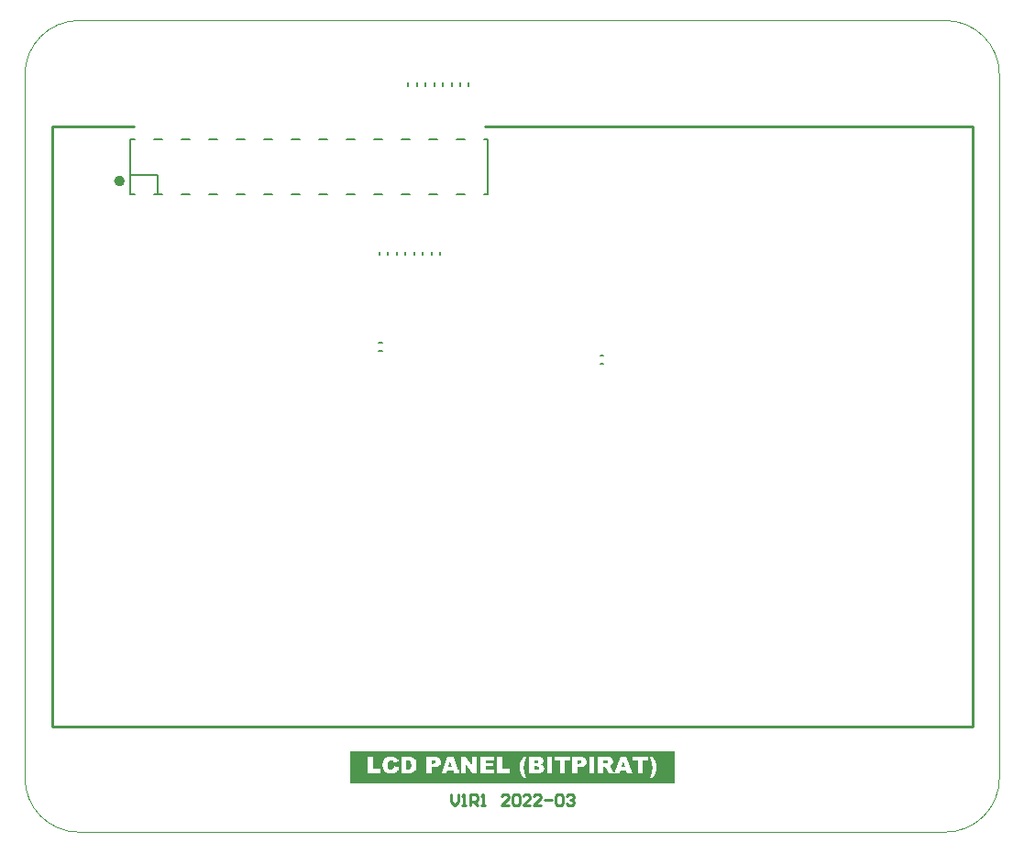
<source format=gto>
G04*
G04 #@! TF.GenerationSoftware,Altium Limited,Altium Designer,21.1.1 (26)*
G04*
G04 Layer_Color=65535*
%FSAX44Y44*%
%MOMM*%
G71*
G04*
G04 #@! TF.SameCoordinates,61528D9D-F366-43B7-8DC3-677D280EAED6*
G04*
G04*
G04 #@! TF.FilePolarity,Positive*
G04*
G01*
G75*
%ADD10C,0.5000*%
%ADD11C,0.1500*%
%ADD12C,0.2500*%
%ADD13C,0.2000*%
%ADD14C,0.1000*%
G36*
X00600000Y00045000D02*
X00300000D01*
Y00075000D01*
X00600000D01*
Y00045000D01*
D02*
G37*
%LPC*%
G36*
X00345128Y00069953D02*
Y00059459D01*
X00341020Y00060736D01*
X00340881Y00060208D01*
X00340714Y00059764D01*
X00340547Y00059375D01*
X00340381Y00059070D01*
X00340242Y00058820D01*
X00340103Y00058654D01*
X00340020Y00058542D01*
X00339992Y00058515D01*
X00339715Y00058265D01*
X00339381Y00058071D01*
X00339048Y00057959D01*
X00338715Y00057848D01*
X00338410Y00057793D01*
X00338160Y00057765D01*
X00337938D01*
X00337438Y00057793D01*
X00337022Y00057904D01*
X00336633Y00058043D01*
X00336328Y00058237D01*
X00336106Y00058404D01*
X00335911Y00058542D01*
X00335800Y00058654D01*
X00335772Y00058681D01*
X00335634Y00058876D01*
X00335523Y00059098D01*
X00335328Y00059625D01*
X00335217Y00060208D01*
X00335106Y00060764D01*
X00335051Y00061291D01*
Y00061541D01*
X00335023Y00061735D01*
Y00061902D01*
Y00062041D01*
Y00062124D01*
Y00062152D01*
X00335051Y00062873D01*
X00335134Y00063484D01*
X00335217Y00063984D01*
X00335356Y00064400D01*
X00335467Y00064706D01*
X00335550Y00064956D01*
X00335634Y00065067D01*
X00335661Y00065122D01*
X00335828Y00065344D01*
X00335994Y00065566D01*
X00336383Y00065872D01*
X00336800Y00066122D01*
X00337188Y00066260D01*
X00337549Y00066371D01*
X00337855Y00066399D01*
X00337938Y00066427D01*
X00338354D01*
X00338604Y00066371D01*
X00338826Y00066344D01*
X00339021Y00066288D01*
X00339159Y00066233D01*
X00339298Y00066177D01*
X00339354Y00066149D01*
X00339381Y00066122D01*
X00339770Y00065872D01*
X00340076Y00065594D01*
X00340187Y00065483D01*
X00340298Y00065372D01*
X00340325Y00065317D01*
X00340353Y00065289D01*
X00340437Y00065150D01*
X00340520Y00065011D01*
X00340686Y00064678D01*
X00340742Y00064539D01*
X00340797Y00064400D01*
X00340825Y00064317D01*
Y00064289D01*
X00344990Y00065205D01*
X00344823Y00065650D01*
X00344656Y00066066D01*
X00344462Y00066427D01*
X00344268Y00066788D01*
X00344073Y00067121D01*
X00343851Y00067399D01*
X00343657Y00067676D01*
X00343463Y00067898D01*
X00343268Y00068120D01*
X00343102Y00068287D01*
X00342935Y00068454D01*
X00342796Y00068565D01*
X00342685Y00068676D01*
X00342602Y00068731D01*
X00342546Y00068787D01*
X00342519D01*
X00342186Y00068981D01*
X00341852Y00069175D01*
X00341130Y00069453D01*
X00340381Y00069675D01*
X00339631Y00069814D01*
X00339298Y00069869D01*
X00338993Y00069897D01*
X00338715Y00069925D01*
X00338465D01*
X00338271Y00069953D01*
X00337993D01*
X00337327Y00069925D01*
X00336689Y00069869D01*
X00336106Y00069758D01*
X00335550Y00069647D01*
X00335051Y00069481D01*
X00334579Y00069314D01*
X00334134Y00069120D01*
X00333774Y00068953D01*
X00333413Y00068759D01*
X00333135Y00068565D01*
X00332885Y00068398D01*
X00332663Y00068232D01*
X00332524Y00068120D01*
X00332385Y00068009D01*
X00332330Y00067954D01*
X00332302Y00067926D01*
X00331941Y00067537D01*
X00331636Y00067093D01*
X00331386Y00066649D01*
X00331136Y00066177D01*
X00330942Y00065677D01*
X00330803Y00065205D01*
X00330664Y00064734D01*
X00330553Y00064261D01*
X00330470Y00063817D01*
X00330414Y00063429D01*
X00330359Y00063068D01*
X00330331Y00062735D01*
Y00062485D01*
X00330303Y00062290D01*
Y00062401D01*
Y00062124D01*
X00330359Y00061124D01*
X00330414Y00060652D01*
X00330470Y00060208D01*
X00330581Y00059792D01*
X00330664Y00059403D01*
X00330775Y00059042D01*
X00330886Y00058737D01*
X00330970Y00058432D01*
X00331081Y00058182D01*
X00331192Y00057959D01*
X00331275Y00057793D01*
X00331330Y00057654D01*
X00331386Y00057543D01*
X00331441Y00057488D01*
Y00057460D01*
X00331886Y00056821D01*
X00332330Y00056294D01*
X00332802Y00055877D01*
X00333218Y00055516D01*
X00333579Y00055267D01*
X00333885Y00055072D01*
X00333996Y00055017D01*
X00334079Y00054961D01*
X00334107Y00054933D01*
X00334134D01*
X00334773Y00054711D01*
X00335439Y00054545D01*
X00336133Y00054406D01*
X00336772Y00054323D01*
X00337077Y00054295D01*
X00337355Y00054267D01*
X00337577D01*
X00337799Y00054239D01*
X00338215D01*
X00338937Y00054267D01*
X00339604Y00054323D01*
X00340187Y00054434D01*
X00340659Y00054545D01*
X00341047Y00054628D01*
X00341353Y00054739D01*
X00341436Y00054767D01*
X00341519Y00054795D01*
X00341547Y00054822D01*
X00341575D01*
X00342047Y00055072D01*
X00342491Y00055350D01*
X00342852Y00055627D01*
X00343185Y00055905D01*
X00343435Y00056183D01*
X00343629Y00056377D01*
X00343768Y00056516D01*
X00343796Y00056571D01*
X00344129Y00057043D01*
X00344379Y00057515D01*
X00344629Y00057987D01*
X00344795Y00058459D01*
X00344962Y00058848D01*
X00345045Y00059181D01*
X00345073Y00059292D01*
X00345101Y00059375D01*
X00345128Y00059431D01*
Y00054239D01*
X00345128D01*
X00345128D01*
Y00069953D01*
D02*
G37*
G36*
X00361480Y00069703D02*
D01*
Y00062124D01*
X00361452Y00062707D01*
X00361425Y00063234D01*
X00361369Y00063734D01*
X00361286Y00064178D01*
X00361203Y00064539D01*
X00361147Y00064817D01*
X00361119Y00064928D01*
Y00065011D01*
X00361092Y00065039D01*
Y00065067D01*
X00360925Y00065566D01*
X00360758Y00066038D01*
X00360564Y00066455D01*
X00360370Y00066816D01*
X00360175Y00067121D01*
X00360037Y00067315D01*
X00359925Y00067454D01*
X00359898Y00067510D01*
X00359565Y00067871D01*
X00359231Y00068204D01*
X00358871Y00068481D01*
X00358537Y00068703D01*
X00358232Y00068898D01*
X00358010Y00069009D01*
X00357843Y00069092D01*
X00357816Y00069120D01*
X00357788D01*
X00357288Y00069314D01*
X00356733Y00069453D01*
X00356178Y00069564D01*
X00355622Y00069620D01*
X00355150Y00069675D01*
X00354956D01*
X00354762Y00069703D01*
X00361480D01*
X00347460D01*
Y00054489D01*
X00354429D01*
X00354928Y00054517D01*
X00355400Y00054545D01*
X00355900Y00054600D01*
X00356316Y00054684D01*
X00356705Y00054767D01*
X00357010Y00054822D01*
X00357122Y00054850D01*
X00357205D01*
X00357233Y00054878D01*
X00357260D01*
X00357677Y00055017D01*
X00358065Y00055211D01*
X00358399Y00055405D01*
X00358732Y00055600D01*
X00358982Y00055794D01*
X00359176Y00055961D01*
X00359287Y00056072D01*
X00359342Y00056099D01*
X00359703Y00056460D01*
X00360009Y00056849D01*
X00360286Y00057210D01*
X00360508Y00057571D01*
X00360675Y00057876D01*
X00360786Y00058126D01*
X00360869Y00058293D01*
X00360897Y00058320D01*
Y00058348D01*
X00361092Y00058903D01*
X00361230Y00059514D01*
X00361341Y00060153D01*
X00361397Y00060736D01*
X00361452Y00061291D01*
Y00061513D01*
X00361480Y00061735D01*
Y00054767D01*
Y00069703D01*
D02*
G37*
G36*
X00417532Y00069703D02*
X00413090D01*
Y00061263D01*
X00407316Y00069703D01*
X00402957D01*
Y00054489D01*
X00417532D01*
Y00069703D01*
D02*
G37*
G36*
X00575638Y00069703D02*
X00561340D01*
Y00065955D01*
X00566143D01*
Y00054489D01*
X00561340D01*
X00570835D01*
Y00065955D01*
X00575638D01*
Y00060264D01*
Y00069703D01*
D02*
G37*
G36*
X00448043Y00069703D02*
D01*
Y00058237D01*
X00440686D01*
Y00069703D01*
X00435994D01*
Y00054489D01*
X00448043D01*
Y00069703D01*
D02*
G37*
G36*
X00328721Y00069703D02*
D01*
Y00058237D01*
X00321364D01*
Y00069703D01*
X00316672D01*
Y00054489D01*
X00328721D01*
Y00069703D01*
D02*
G37*
G36*
X00383912Y00069703D02*
X00371003Y00069703D01*
Y00054489D01*
X00375722Y00054489D01*
Y00060153D01*
X00378276D01*
X00378804Y00060181D01*
X00379276Y00060208D01*
X00379720Y00060264D01*
X00380136Y00060347D01*
X00380525Y00060458D01*
X00380886Y00060569D01*
X00381191Y00060680D01*
X00381469Y00060791D01*
X00381719Y00060902D01*
X00381941Y00061013D01*
X00382108Y00061124D01*
X00382274Y00061235D01*
X00382385Y00061319D01*
X00382468Y00061374D01*
X00382496Y00061430D01*
X00382524D01*
X00382774Y00061680D01*
X00382996Y00061957D01*
X00383162Y00062235D01*
X00383329Y00062540D01*
X00383579Y00063151D01*
X00383745Y00063734D01*
X00383829Y00064234D01*
X00383884Y00064456D01*
Y00064650D01*
X00383912Y00064817D01*
Y00054822D01*
Y00069703D01*
D02*
G37*
G36*
X00560924Y00069703D02*
X00529386D01*
Y00054489D01*
X00534106D01*
Y00060652D01*
X00534494D01*
X00534744Y00060625D01*
X00534966Y00060597D01*
X00535161Y00060541D01*
X00535327Y00060486D01*
X00535466Y00060403D01*
X00535577Y00060347D01*
X00535633Y00060319D01*
X00535660Y00060292D01*
X00535799Y00060153D01*
X00535966Y00059986D01*
X00536243Y00059598D01*
X00536354Y00059431D01*
X00536438Y00059264D01*
X00536493Y00059153D01*
X00536521Y00059126D01*
X00539047Y00054489D01*
X00549153D01*
X00549902Y00056988D01*
X00555233D01*
X00555982Y00054489D01*
X00560924D01*
X00555205Y00069703D01*
X00560924D01*
D02*
G37*
G36*
X00525971D02*
X00521252D01*
Y00054489D01*
X00525971D01*
Y00069703D01*
D02*
G37*
G36*
X00518587D02*
X00505677Y00069703D01*
Y00054489D01*
X00510397D01*
Y00060153D01*
X00512951D01*
X00513478Y00060181D01*
X00513950Y00060208D01*
X00514394Y00060264D01*
X00514811Y00060347D01*
X00515200Y00060458D01*
X00515560Y00060569D01*
X00515866Y00060680D01*
X00516143Y00060791D01*
X00516393Y00060902D01*
X00516615Y00061013D01*
X00516782Y00061124D01*
X00516949Y00061235D01*
X00517060Y00061319D01*
X00517143Y00061374D01*
X00517171Y00061430D01*
X00517198D01*
X00517448Y00061680D01*
X00517670Y00061957D01*
X00517837Y00062235D01*
X00518004Y00062540D01*
X00518253Y00063151D01*
X00518420Y00063734D01*
X00518503Y00064234D01*
X00518559Y00064456D01*
Y00064650D01*
X00518587Y00064817D01*
Y00065455D01*
X00518531Y00065816D01*
X00518392Y00066510D01*
X00518170Y00067093D01*
X00517948Y00067593D01*
X00517726Y00067982D01*
X00517504Y00068259D01*
X00517421Y00068343D01*
X00517365Y00068426D01*
X00517337Y00068481D01*
X00517309D01*
X00517060Y00068703D01*
X00516782Y00068898D01*
X00516171Y00069176D01*
X00515533Y00069398D01*
X00514922Y00069564D01*
X00514367Y00069647D01*
X00514117Y00069675D01*
X00513895D01*
X00513728Y00069703D01*
X00518587Y00069703D01*
D02*
G37*
G36*
X00503567Y00069703D02*
X00489270D01*
Y00065955D01*
X00494072D01*
Y00054489D01*
X00489270D01*
D01*
X00503567D01*
Y00069703D01*
D02*
G37*
G36*
X00486993D02*
X00482274D01*
Y00054489D01*
X00486993D01*
Y00069703D01*
D02*
G37*
G36*
X00474556D02*
X00465533D01*
Y00054489D01*
X00479608D01*
D01*
X00473889D01*
X00474195Y00054517D01*
X00474528Y00054545D01*
X00474889Y00054600D01*
X00475222Y00054628D01*
X00475500Y00054656D01*
X00475611D01*
X00475694Y00054684D01*
X00475749D01*
X00476166Y00054767D01*
X00476527Y00054822D01*
X00476832Y00054906D01*
X00477082Y00054989D01*
X00477276Y00055072D01*
X00477415Y00055128D01*
X00477499Y00055183D01*
X00477526D01*
X00477859Y00055405D01*
X00478165Y00055655D01*
X00478442Y00055905D01*
X00478665Y00056155D01*
X00478831Y00056349D01*
X00478942Y00056516D01*
X00479025Y00056655D01*
X00479053Y00056683D01*
X00479248Y00057043D01*
X00479386Y00057404D01*
X00479470Y00057765D01*
X00479553Y00058098D01*
X00479581Y00058376D01*
X00479608Y00058598D01*
Y00059153D01*
Y00058792D01*
X00479581Y00059320D01*
X00479497Y00059792D01*
X00479358Y00060208D01*
X00479220Y00060541D01*
X00479081Y00060819D01*
X00478942Y00061041D01*
X00478859Y00061152D01*
X00478831Y00061208D01*
X00478498Y00061541D01*
X00478137Y00061818D01*
X00477721Y00062068D01*
X00477332Y00062263D01*
X00476971Y00062401D01*
X00476693Y00062485D01*
X00476582Y00062540D01*
X00476499D01*
X00476443Y00062568D01*
X00476416D01*
X00476804Y00062735D01*
X00477138Y00062901D01*
X00477415Y00063068D01*
X00477637Y00063234D01*
X00477832Y00063373D01*
X00477943Y00063484D01*
X00478026Y00063568D01*
X00478054Y00063595D01*
X00478331Y00063984D01*
X00478553Y00064373D01*
X00478692Y00064761D01*
X00478803Y00065122D01*
X00478859Y00065428D01*
X00478914Y00065677D01*
Y00065844D01*
Y00065872D01*
Y00065900D01*
Y00066205D01*
X00478859Y00066483D01*
X00478720Y00067010D01*
X00478526Y00067454D01*
X00478331Y00067843D01*
X00478109Y00068176D01*
X00477915Y00068398D01*
X00477776Y00068537D01*
X00477748Y00068592D01*
X00477721D01*
X00477221Y00068953D01*
X00476693Y00069231D01*
X00476138Y00069425D01*
X00475583Y00069564D01*
X00475083Y00069647D01*
X00474889Y00069675D01*
X00474695D01*
X00474556Y00069703D01*
D02*
G37*
G36*
X00433468D02*
X00420642D01*
Y00054489D01*
X00433468D01*
Y00069703D01*
D02*
G37*
G36*
X00401430D02*
D01*
Y00054489D01*
X00395711Y00069703D01*
X00401430D01*
X00384856D01*
X00390547D01*
X00384856Y00054489D01*
X00389659D01*
X00390408Y00056988D01*
X00395739D01*
X00396488Y00054489D01*
X00401430D01*
Y00069703D01*
D02*
G37*
G36*
X00583328Y00069981D02*
X00577054D01*
X00577081Y00069953D01*
X00577109Y00069842D01*
X00577192Y00069675D01*
X00577276Y00069481D01*
X00577387Y00069203D01*
X00577498Y00068898D01*
X00577637Y00068537D01*
X00577803Y00068148D01*
X00577942Y00067732D01*
X00578109Y00067288D01*
X00578442Y00066344D01*
X00578747Y00065372D01*
X00578997Y00064400D01*
Y00064373D01*
X00579025Y00064317D01*
X00579053Y00064178D01*
X00579080Y00064012D01*
X00579108Y00063817D01*
X00579164Y00063595D01*
X00579219Y00063318D01*
X00579275Y00063012D01*
X00579302Y00062679D01*
X00579358Y00062318D01*
X00579441Y00061541D01*
X00579497Y00060680D01*
X00579524Y00059764D01*
Y00059709D01*
Y00059542D01*
X00579497Y00059292D01*
Y00058959D01*
X00579441Y00058515D01*
X00579386Y00057987D01*
X00579330Y00057404D01*
X00579219Y00056766D01*
X00579080Y00056072D01*
X00578914Y00055294D01*
X00578719Y00054489D01*
X00578470Y00053656D01*
X00578192Y00052768D01*
X00577859Y00051880D01*
X00577498Y00050964D01*
X00577054Y00050020D01*
X00579691D01*
X00579719Y00050047D01*
X00579774Y00050158D01*
X00579885Y00050297D01*
X00580024Y00050491D01*
X00580191Y00050741D01*
X00580357Y00051047D01*
X00580579Y00051380D01*
X00580802Y00051741D01*
X00581246Y00052546D01*
X00581718Y00053407D01*
X00582134Y00054295D01*
X00582328Y00054739D01*
X00582495Y00055183D01*
Y00055211D01*
X00582523Y00055294D01*
X00582578Y00055405D01*
X00582634Y00055572D01*
X00582689Y00055794D01*
X00582773Y00056044D01*
X00582828Y00056322D01*
X00582911Y00056655D01*
X00582995Y00056988D01*
X00583078Y00057376D01*
X00583189Y00058182D01*
X00583300Y00059070D01*
X00583328Y00060014D01*
Y00060458D01*
X00583300Y00060708D01*
X00583272Y00060986D01*
X00583245Y00061291D01*
X00583217Y00061624D01*
X00583106Y00062401D01*
X00582967Y00063234D01*
X00582745Y00064123D01*
X00582467Y00065011D01*
Y00065039D01*
X00582440Y00065122D01*
X00582384Y00065233D01*
X00582301Y00065428D01*
X00582217Y00065650D01*
X00582106Y00065900D01*
X00581968Y00066177D01*
X00581801Y00066510D01*
X00581607Y00066871D01*
X00581412Y00067260D01*
X00580940Y00068093D01*
X00580357Y00069009D01*
X00579691Y00069981D01*
X00583328D01*
D01*
D02*
G37*
G36*
X00463145Y00069981D02*
X00460508D01*
X00459842Y00069009D01*
X00459259Y00068093D01*
X00458759Y00067260D01*
X00458565Y00066871D01*
X00458370Y00066510D01*
X00458232Y00066177D01*
X00458093Y00065900D01*
X00457954Y00065650D01*
X00457871Y00065428D01*
X00457787Y00065233D01*
X00457760Y00065122D01*
X00457704Y00065039D01*
Y00065011D01*
X00457426Y00064123D01*
X00457232Y00063234D01*
X00457066Y00062401D01*
X00456982Y00061624D01*
X00456954Y00061291D01*
X00456927Y00060986D01*
X00456899Y00060708D01*
Y00060458D01*
X00456871Y00060264D01*
Y00060014D01*
X00456899Y00059070D01*
X00457010Y00058182D01*
X00457121Y00057376D01*
X00457204Y00056988D01*
X00457288Y00056655D01*
X00457343Y00056322D01*
X00457426Y00056044D01*
X00457482Y00055794D01*
X00457565Y00055572D01*
X00457593Y00055405D01*
X00457649Y00055294D01*
X00457676Y00055211D01*
Y00055183D01*
X00457843Y00054739D01*
X00458037Y00054295D01*
X00458454Y00053407D01*
X00458926Y00052546D01*
X00459398Y00051741D01*
X00459620Y00051380D01*
X00459814Y00051047D01*
X00460008Y00050741D01*
X00460175Y00050491D01*
X00460314Y00050297D01*
X00460425Y00050158D01*
X00460480Y00050047D01*
X00460508Y00050019D01*
X00456871D01*
X00463145D01*
X00462701Y00050963D01*
X00462340Y00051880D01*
X00462007Y00052768D01*
X00461730Y00053656D01*
X00461480Y00054489D01*
X00461285Y00055294D01*
X00461119Y00056072D01*
X00460980Y00056766D01*
X00460869Y00057404D01*
X00460813Y00057987D01*
X00460758Y00058515D01*
X00460702Y00058959D01*
Y00059292D01*
X00460675Y00059542D01*
Y00059708D01*
Y00059764D01*
X00460702Y00060680D01*
X00460758Y00061541D01*
X00460841Y00062318D01*
X00460869Y00062679D01*
X00460924Y00063012D01*
X00460980Y00063318D01*
X00461008Y00063595D01*
X00461063Y00063817D01*
X00461091Y00064012D01*
X00461119Y00064178D01*
X00461147Y00064317D01*
X00461174Y00064373D01*
Y00064400D01*
X00461424Y00065372D01*
X00461730Y00066344D01*
X00462063Y00067288D01*
X00462229Y00067732D01*
X00462396Y00068148D01*
X00462535Y00068537D01*
X00462673Y00068898D01*
X00462812Y00069203D01*
X00462923Y00069481D01*
X00463007Y00069675D01*
X00463090Y00069842D01*
X00463118Y00069953D01*
X00463145Y00069981D01*
D02*
G37*
%LPD*%
G36*
X00353957Y00066233D02*
X00354512Y00066122D01*
X00354956Y00065983D01*
X00355317Y00065816D01*
X00355595Y00065622D01*
X00355789Y00065483D01*
X00355928Y00065372D01*
X00355956Y00065344D01*
X00356094Y00065150D01*
X00356233Y00064956D01*
X00356427Y00064456D01*
X00356566Y00063901D01*
X00356650Y00063373D01*
X00356733Y00062846D01*
Y00062624D01*
X00356761Y00062429D01*
Y00062263D01*
Y00062152D01*
Y00062068D01*
Y00062041D01*
X00356733Y00061402D01*
X00356705Y00060875D01*
X00356650Y00060403D01*
X00356594Y00060042D01*
X00356511Y00059764D01*
X00356455Y00059570D01*
X00356427Y00059431D01*
X00356400Y00059403D01*
X00356261Y00059125D01*
X00356094Y00058876D01*
X00355928Y00058681D01*
X00355761Y00058542D01*
X00355622Y00058404D01*
X00355511Y00058320D01*
X00355428Y00058293D01*
X00355400Y00058265D01*
X00355123Y00058154D01*
X00354817Y00058098D01*
X00354456Y00058043D01*
X00354123Y00057987D01*
X00353790D01*
X00353540Y00057959D01*
X00352152D01*
Y00066260D01*
X00353318D01*
X00353957Y00066233D01*
D02*
G37*
G36*
X00413090Y00054489D02*
X00407371D01*
Y00062873D01*
X00413090Y00054489D01*
D02*
G37*
G36*
X00383912Y00065455D02*
X00383857Y00065816D01*
X00383718Y00066510D01*
X00383496Y00067093D01*
X00383274Y00067593D01*
X00383051Y00067982D01*
X00382829Y00068259D01*
X00382746Y00068343D01*
X00382691Y00068426D01*
X00382663Y00068481D01*
X00382635D01*
X00382385Y00068703D01*
X00382108Y00068898D01*
X00381497Y00069176D01*
X00380858Y00069398D01*
X00380247Y00069564D01*
X00379692Y00069647D01*
X00379442Y00069675D01*
X00379220D01*
X00379054Y00069703D01*
X00383912D01*
Y00065455D01*
D02*
G37*
G36*
X00377499Y00066594D02*
X00377888Y00066538D01*
X00378193Y00066455D01*
X00378443Y00066371D01*
X00378610Y00066288D01*
X00378748Y00066205D01*
X00378804Y00066149D01*
X00378832Y00066122D01*
X00378998Y00065927D01*
X00379109Y00065733D01*
X00379220Y00065511D01*
X00379276Y00065317D01*
X00379304Y00065150D01*
X00379331Y00065011D01*
Y00064928D01*
Y00064900D01*
X00379304Y00064623D01*
X00379248Y00064400D01*
X00379165Y00064178D01*
X00379054Y00064012D01*
X00378943Y00063873D01*
X00378859Y00063762D01*
X00378804Y00063706D01*
X00378776Y00063678D01*
X00378526Y00063540D01*
X00378249Y00063429D01*
X00377915Y00063345D01*
X00377610Y00063290D01*
X00377332Y00063262D01*
X00377083Y00063234D01*
X00375722D01*
Y00066621D01*
X00377055D01*
X00377499Y00066594D01*
D02*
G37*
G36*
X00536604Y00066594D02*
X00536993Y00066566D01*
X00537298Y00066483D01*
X00537548Y00066427D01*
X00537715Y00066344D01*
X00537854Y00066260D01*
X00537909Y00066233D01*
X00537937Y00066205D01*
X00538103Y00066038D01*
X00538214Y00065872D01*
X00538298Y00065677D01*
X00538353Y00065511D01*
X00538381Y00065344D01*
X00538409Y00065205D01*
Y00065122D01*
Y00065094D01*
Y00064900D01*
X00538353Y00064734D01*
X00538270Y00064456D01*
X00538214Y00064345D01*
X00538159Y00064289D01*
X00538131Y00064234D01*
X00538103Y00064206D01*
X00537992Y00064067D01*
X00537854Y00063956D01*
X00537604Y00063817D01*
X00537493Y00063790D01*
X00537409Y00063762D01*
X00537354Y00063734D01*
X00537326D01*
X00537021Y00063679D01*
X00536743Y00063623D01*
X00536521Y00063595D01*
X00536354Y00063568D01*
X00536243Y00063540D01*
X00534106D01*
Y00066621D01*
X00536160D01*
X00536604Y00066594D01*
D02*
G37*
G36*
X00554233Y00060292D02*
X00550902D01*
X00552567Y00065733D01*
X00554233Y00060292D01*
D02*
G37*
G36*
X00544361Y00054520D02*
X00544350Y00054542D01*
X00542073Y00058876D01*
X00541990Y00059015D01*
X00541907Y00059153D01*
X00541685Y00059486D01*
X00541574Y00059598D01*
X00541490Y00059709D01*
X00541435Y00059792D01*
X00541407Y00059820D01*
X00541241Y00060042D01*
X00541074Y00060208D01*
X00540963Y00060347D01*
X00540852Y00060458D01*
X00540769Y00060541D01*
X00540713Y00060597D01*
X00540658Y00060625D01*
X00540491Y00060736D01*
X00540297Y00060819D01*
X00539908Y00061013D01*
X00539714Y00061069D01*
X00539575Y00061124D01*
X00539464Y00061180D01*
X00539436D01*
X00539797Y00061291D01*
X00540130Y00061374D01*
X00540408Y00061485D01*
X00540658Y00061569D01*
X00540824Y00061652D01*
X00540963Y00061735D01*
X00541046Y00061763D01*
X00541074Y00061791D01*
X00541407Y00062013D01*
X00541712Y00062263D01*
X00541962Y00062512D01*
X00542184Y00062735D01*
X00542351Y00062957D01*
X00542490Y00063123D01*
X00542545Y00063234D01*
X00542573Y00063262D01*
X00542767Y00063623D01*
X00542906Y00064012D01*
X00542990Y00064373D01*
X00543073Y00064706D01*
X00543101Y00065011D01*
X00543128Y00065233D01*
Y00065400D01*
Y00065455D01*
X00543101Y00065983D01*
X00543017Y00066455D01*
X00542906Y00066871D01*
X00542767Y00067232D01*
X00542629Y00067537D01*
X00542518Y00067760D01*
X00542434Y00067871D01*
X00542407Y00067926D01*
X00542129Y00068287D01*
X00541824Y00068565D01*
X00541518Y00068815D01*
X00541213Y00069009D01*
X00540963Y00069148D01*
X00540741Y00069231D01*
X00540602Y00069286D01*
X00540546Y00069314D01*
X00540075Y00069453D01*
X00539547Y00069536D01*
X00538992Y00069620D01*
X00538464Y00069647D01*
X00537965Y00069675D01*
X00537770Y00069703D01*
X00544378D01*
X00550041D01*
X00544361Y00054520D01*
D02*
G37*
G36*
X00512173Y00066594D02*
X00512562Y00066538D01*
X00512868Y00066455D01*
X00513117Y00066371D01*
X00513284Y00066288D01*
X00513423Y00066205D01*
X00513478Y00066149D01*
X00513506Y00066122D01*
X00513673Y00065927D01*
X00513784Y00065733D01*
X00513895Y00065511D01*
X00513950Y00065317D01*
X00513978Y00065150D01*
X00514006Y00065011D01*
Y00064928D01*
Y00064900D01*
X00513978Y00064623D01*
X00513923Y00064400D01*
X00513839Y00064178D01*
X00513728Y00064012D01*
X00513617Y00063873D01*
X00513534Y00063762D01*
X00513478Y00063706D01*
X00513451Y00063678D01*
X00513201Y00063540D01*
X00512923Y00063429D01*
X00512590Y00063345D01*
X00512285Y00063290D01*
X00512007Y00063262D01*
X00511757Y00063234D01*
X00510397D01*
Y00066621D01*
X00511729D01*
X00512173Y00066594D01*
D02*
G37*
G36*
X00503567Y00054489D02*
X00498764D01*
Y00065955D01*
X00503567D01*
Y00054489D01*
D02*
G37*
G36*
X00472723Y00066594D02*
X00473056Y00066566D01*
X00473306Y00066510D01*
X00473501Y00066427D01*
X00473667Y00066344D01*
X00473778Y00066288D01*
X00473834Y00066260D01*
X00473862Y00066233D01*
X00474000Y00066094D01*
X00474112Y00065927D01*
X00474195Y00065761D01*
X00474250Y00065594D01*
X00474278Y00065428D01*
X00474306Y00065317D01*
Y00065233D01*
Y00065205D01*
X00474278Y00064956D01*
X00474250Y00064734D01*
X00474167Y00064539D01*
X00474084Y00064373D01*
X00474000Y00064261D01*
X00473945Y00064178D01*
X00473889Y00064123D01*
X00473862Y00064095D01*
X00473667Y00063984D01*
X00473445Y00063901D01*
X00472946Y00063790D01*
X00472696Y00063762D01*
X00472501Y00063734D01*
X00470280D01*
Y00066621D01*
X00472363D01*
X00472723Y00066594D01*
D02*
G37*
G36*
X00473084Y00060819D02*
X00473445Y00060791D01*
X00473751Y00060708D01*
X00473973Y00060652D01*
X00474167Y00060569D01*
X00474306Y00060486D01*
X00474361Y00060458D01*
X00474389Y00060430D01*
X00474556Y00060264D01*
X00474667Y00060097D01*
X00474778Y00059903D01*
X00474833Y00059736D01*
X00474861Y00059570D01*
X00474889Y00059459D01*
Y00059375D01*
Y00059348D01*
X00474861Y00059098D01*
X00474805Y00058876D01*
X00474722Y00058654D01*
X00474639Y00058487D01*
X00474556Y00058348D01*
X00474472Y00058265D01*
X00474417Y00058209D01*
X00474389Y00058182D01*
X00474167Y00058043D01*
X00473917Y00057932D01*
X00473639Y00057876D01*
X00473334Y00057821D01*
X00473084Y00057793D01*
X00472862Y00057765D01*
X00470280D01*
Y00060847D01*
X00472640D01*
X00473084Y00060819D01*
D02*
G37*
G36*
X00433468Y00057932D02*
X00425361D01*
Y00060930D01*
X00432663D01*
Y00064039D01*
X00425361D01*
Y00066455D01*
X00433246D01*
Y00069703D01*
X00433468D01*
Y00057932D01*
D02*
G37*
G36*
X00394739Y00060292D02*
X00391408D01*
X00393074Y00065733D01*
X00394739Y00060292D01*
D02*
G37*
D10*
X00089740Y00601750D02*
G03*
X00089740Y00601750I-00002500J00000000D01*
G01*
D11*
X00531300Y00432700D02*
X00534300D01*
X00531300Y00440700D02*
X00534300D01*
X00326700Y00452300D02*
X00329700D01*
X00326700Y00444300D02*
X00329700D01*
X00370000Y00689500D02*
Y00692500D01*
X00378000Y00689500D02*
Y00692500D01*
X00354000Y00689500D02*
Y00692500D01*
X00362000Y00689500D02*
Y00692500D01*
X00402000Y00689500D02*
Y00692500D01*
X00410000Y00689500D02*
Y00692500D01*
X00386000Y00689500D02*
Y00692500D01*
X00394000Y00689500D02*
Y00692500D01*
X00383500Y00533500D02*
Y00536500D01*
X00375500Y00533500D02*
Y00536500D01*
X00367500Y00533500D02*
Y00536500D01*
X00359500Y00533500D02*
Y00536500D01*
X00351500Y00533500D02*
Y00536500D01*
X00343500Y00533500D02*
Y00536500D01*
X00335500Y00533500D02*
Y00536500D01*
X00327500Y00533500D02*
Y00536500D01*
D12*
X00424500Y00652500D02*
X00875000Y00652500D01*
X00025000D02*
X00100500D01*
X00025000Y00097500D02*
X00875000D01*
X00024900D02*
Y00652500D01*
X00875000Y00097500D02*
Y00652500D01*
X00393352Y00034998D02*
Y00028334D01*
X00396684Y00025002D01*
X00400016Y00028334D01*
Y00034998D01*
X00403348Y00025002D02*
X00406681D01*
X00405014D01*
Y00034998D01*
X00403348Y00033332D01*
X00411679Y00025002D02*
Y00034998D01*
X00416677D01*
X00418344Y00033332D01*
Y00030000D01*
X00416677Y00028334D01*
X00411679D01*
X00415011D02*
X00418344Y00025002D01*
X00421676D02*
X00425008D01*
X00423342D01*
Y00034998D01*
X00421676Y00033332D01*
X00446668Y00025002D02*
X00440003D01*
X00446668Y00031666D01*
Y00033332D01*
X00445002Y00034998D01*
X00441669D01*
X00440003Y00033332D01*
X00450000D02*
X00451666Y00034998D01*
X00454998D01*
X00456665Y00033332D01*
Y00026668D01*
X00454998Y00025002D01*
X00451666D01*
X00450000Y00026668D01*
Y00033332D01*
X00466661Y00025002D02*
X00459997D01*
X00466661Y00031666D01*
Y00033332D01*
X00464995Y00034998D01*
X00461663D01*
X00459997Y00033332D01*
X00476658Y00025002D02*
X00469994D01*
X00476658Y00031666D01*
Y00033332D01*
X00474992Y00034998D01*
X00471660D01*
X00469994Y00033332D01*
X00479990Y00030000D02*
X00486655D01*
X00489987Y00033332D02*
X00491653Y00034998D01*
X00494986D01*
X00496652Y00033332D01*
Y00026668D01*
X00494986Y00025002D01*
X00491653D01*
X00489987Y00026668D01*
Y00033332D01*
X00499984D02*
X00501650Y00034998D01*
X00504982D01*
X00506648Y00033332D01*
Y00031666D01*
X00504982Y00030000D01*
X00503316D01*
X00504982D01*
X00506648Y00028334D01*
Y00026668D01*
X00504982Y00025002D01*
X00501650D01*
X00499984Y00026668D01*
D13*
X00398500Y00639950D02*
X00405900D01*
X00398500Y00589050D02*
X00405900D01*
X00296900Y00639950D02*
X00304300D01*
X00373100D02*
X00380500D01*
X00347700D02*
X00355100D01*
X00322300D02*
X00329700D01*
X00373100Y00589050D02*
X00380500D01*
X00347700Y00589050D02*
X00355100D01*
X00322300D02*
X00329700D01*
X00296900D02*
X00304300D01*
X00423900D02*
X00427600Y00589050D01*
X00423900Y00639950D02*
X00427600D01*
X00097400D02*
X00101100D01*
X00119100D02*
X00126500D01*
X00144500D02*
X00151900D01*
X00169900D02*
X00177300D01*
X00195300D02*
X00202700D01*
X00271500D02*
X00278900D01*
X00246100D02*
X00253500D01*
X00220700D02*
X00228100D01*
X00097400Y00589050D02*
X00101100Y00589050D01*
X00119100D02*
X00126500D01*
X00271500D02*
X00278900Y00589050D01*
X00246100D02*
X00253500Y00589050D01*
X00220700D02*
X00228100D01*
X00195300D02*
X00202700D01*
X00169900D02*
X00177300D01*
X00144500Y00589050D02*
X00151900D01*
X00122800Y00589050D02*
Y00607000D01*
X00097400Y00589050D02*
Y00639950D01*
X00097600Y00607000D02*
X00122800D01*
X00427600Y00589050D02*
Y00639950D01*
D14*
X00900000Y00700000D02*
G03*
X00850000Y00750000I-00050000J00000000D01*
G01*
X00050000D02*
G03*
X00000000Y00700000I00000000J-00050000D01*
G01*
X00850000Y00000000D02*
G03*
X00900000Y00050000I00000000J00050000D01*
G01*
X00000000D02*
G03*
X00050000Y00000000I00050000J00000000D01*
G01*
Y00750000D02*
X00850000D01*
X00900000Y00700000D02*
X00900000Y00050000D01*
X-00000000Y00700000D02*
X00000000Y00050000D01*
X00050000Y00000000D02*
X00850000D01*
M02*

</source>
